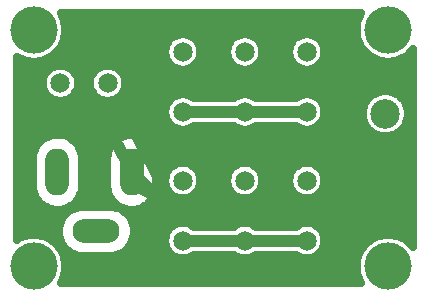
<source format=gtl>
G04 DipTrace 3.2.0.1*
G04 DynamixelMUX.gtl*
%MOIN*%
G04 #@! TF.FileFunction,Copper,L1,Top*
G04 #@! TF.Part,Single*
%AMOUTLINE0*
4,1,20,
0.03937,-0.039336,
0.037008,-0.052803,
0.030181,-0.064651,
0.019715,-0.073449,
0.00687,-0.078136,
-0.006803,-0.078148,
-0.019655,-0.073483,
-0.030136,-0.064703,
-0.036984,-0.052867,
-0.03937,-0.039404,
-0.03937,0.039336,
-0.037008,0.052803,
-0.030181,0.064651,
-0.019715,0.073449,
-0.00687,0.078136,
0.006803,0.078148,
0.019655,0.073483,
0.030136,0.064703,
0.036984,0.052867,
0.03937,0.039404,
0.03937,-0.039336,
0*%
%AMOUTLINE3*
4,1,20,
0.039336,0.03937,
0.052803,0.037008,
0.064651,0.030181,
0.073449,0.019715,
0.078136,0.00687,
0.078148,-0.006803,
0.073483,-0.019655,
0.064703,-0.030136,
0.052867,-0.036984,
0.039404,-0.03937,
-0.039336,-0.03937,
-0.052803,-0.037008,
-0.064651,-0.030181,
-0.073449,-0.019715,
-0.078136,-0.00687,
-0.078148,0.006803,
-0.073483,0.019655,
-0.064703,0.030136,
-0.052867,0.036984,
-0.039404,0.03937,
0.039336,0.03937,
0*%
G04 #@! TA.AperFunction,Conductor*
%ADD13C,0.03937*%
%ADD14C,0.008*%
G04 #@! TA.AperFunction,CopperBalancing*
%ADD15C,0.025*%
G04 #@! TA.AperFunction,ComponentPad*
%ADD17R,0.098425X0.098425*%
%ADD18C,0.098425*%
%ADD20C,0.065199*%
G04 #@! TA.AperFunction,ViaPad*
%ADD21C,0.15748*%
G04 #@! TA.AperFunction,ComponentPad*
%ADD37OUTLINE0*%
%ADD40OUTLINE3*%
%FSLAX26Y26*%
G04*
G70*
G90*
G75*
G01*
G04 Top*
%LPD*%
X1401851Y1106693D2*
D13*
X1195158D1*
X988465D1*
Y677559D2*
X1195158D1*
X1401851D1*
X988465D2*
X818740Y770891D1*
Y805512D1*
X982348Y641904D1*
X836204Y925093D1*
X988465Y1106693D1*
X659292Y1102362D2*
X813544Y818701D1*
X818740Y805512D1*
X1401851Y677559D2*
D14*
X1663544Y803701D1*
X988465Y577559D2*
D13*
X1195158D1*
X1401851D1*
X988465Y1006693D2*
X1195158D1*
X1401851D1*
D21*
X491969Y492126D3*
X1673071D3*
Y1279528D3*
X491969D3*
X587457Y1328777D2*
D15*
X1577562D1*
X596823Y1303908D2*
X1568196D1*
X599694Y1279040D2*
X1565326D1*
X596608Y1254171D2*
X950773D1*
X1026142D2*
X1157466D1*
X1232835D2*
X1364159D1*
X1439528D2*
X1568448D1*
X586954Y1229302D2*
X931360D1*
X1045555D2*
X1138053D1*
X1252248D2*
X1344746D1*
X1458941D2*
X1578100D1*
X568188Y1204433D2*
X926910D1*
X1050004D2*
X1133603D1*
X1256697D2*
X1340295D1*
X1463390D2*
X1596868D1*
X438717Y1179565D2*
X456575D1*
X527352D2*
X933477D1*
X1043474D2*
X1140170D1*
X1250167D2*
X1346862D1*
X1456860D2*
X1637704D1*
X1708444D2*
X1754219D1*
X438717Y1154696D2*
X550592D1*
X610495D2*
X708088D1*
X767991D2*
X957878D1*
X1019037D2*
X1164571D1*
X1225730D2*
X1371264D1*
X1432423D2*
X1754219D1*
X438717Y1129827D2*
X525725D1*
X635362D2*
X683221D1*
X792858D2*
X1754219D1*
X438717Y1104958D2*
X519015D1*
X642072D2*
X676509D1*
X799568D2*
X1754219D1*
X438717Y1080089D2*
X523320D1*
X637803D2*
X680816D1*
X795263D2*
X1754219D1*
X438717Y1055221D2*
X542411D1*
X618676D2*
X699906D1*
X776172D2*
X952244D1*
X1024671D2*
X1158937D1*
X1231364D2*
X1365630D1*
X1438057D2*
X1608673D1*
X1718419D2*
X1754219D1*
X438717Y1030352D2*
X931826D1*
X1458509D2*
X1591449D1*
X1735643D2*
X1754219D1*
X438717Y1005483D2*
X926874D1*
X1463427D2*
X1585492D1*
X1741600D2*
X1754219D1*
X438717Y980614D2*
X932939D1*
X1457361D2*
X1588004D1*
X1739088D2*
X1754219D1*
X438717Y955746D2*
X956012D1*
X1020902D2*
X1162705D1*
X1227595D2*
X1369398D1*
X1434288D2*
X1600025D1*
X1727067D2*
X1754219D1*
X438717Y930877D2*
X564084D1*
X577309D2*
X812152D1*
X825358D2*
X1631424D1*
X1695668D2*
X1754219D1*
X438717Y906008D2*
X509146D1*
X632277D2*
X757177D1*
X880272D2*
X1754219D1*
X438717Y881139D2*
X492639D1*
X648784D2*
X740671D1*
X896815D2*
X1754219D1*
X438717Y856271D2*
X486395D1*
X655028D2*
X734427D1*
X903059D2*
X1754219D1*
X438717Y831402D2*
X486037D1*
X655386D2*
X734068D1*
X903418D2*
X961609D1*
X1015305D2*
X1168302D1*
X1221998D2*
X1374995D1*
X1428691D2*
X1754219D1*
X438717Y806533D2*
X486037D1*
X655386D2*
X734068D1*
X903418D2*
X934481D1*
X1042469D2*
X1141173D1*
X1249162D2*
X1347866D1*
X1455855D2*
X1754219D1*
X438717Y781664D2*
X486037D1*
X655386D2*
X734068D1*
X903418D2*
X927017D1*
X1049897D2*
X1133710D1*
X1256589D2*
X1340403D1*
X1463282D2*
X1754219D1*
X438717Y756795D2*
X486252D1*
X655171D2*
X734284D1*
X903202D2*
X930642D1*
X1046272D2*
X1137335D1*
X1252965D2*
X1344028D1*
X1459658D2*
X1754219D1*
X438717Y731927D2*
X491814D1*
X649609D2*
X739881D1*
X897604D2*
X948404D1*
X1028509D2*
X1155097D1*
X1235202D2*
X1361790D1*
X1441895D2*
X1754219D1*
X438717Y707058D2*
X507315D1*
X634107D2*
X755347D1*
X882103D2*
X1754219D1*
X438717Y682189D2*
X549408D1*
X592015D2*
X618198D1*
X783062D2*
X797440D1*
X839974D2*
X1754219D1*
X438717Y657320D2*
X588593D1*
X812667D2*
X1754219D1*
X438717Y632452D2*
X576142D1*
X825083D2*
X964086D1*
X1012828D2*
X1170778D1*
X1219521D2*
X1377471D1*
X1426214D2*
X1754219D1*
X438717Y607583D2*
X572625D1*
X828599D2*
X935055D1*
X1455244D2*
X1754219D1*
X548021Y582714D2*
X576860D1*
X824365D2*
X927089D1*
X1463211D2*
X1617034D1*
X1729113D2*
X1754219D1*
X576656Y557845D2*
X590209D1*
X811051D2*
X930247D1*
X1460053D2*
X1588399D1*
X591440Y532977D2*
X622792D1*
X778504D2*
X947184D1*
X1443151D2*
X1573579D1*
X598474Y508108D2*
X1566545D1*
X599335Y483239D2*
X1565719D1*
X594131Y458370D2*
X1570887D1*
X1739015Y994612D2*
X1738316Y988709D1*
X1737156Y982878D1*
X1735544Y977158D1*
X1733486Y971580D1*
X1730996Y966183D1*
X1728092Y960996D1*
X1724790Y956053D1*
X1721110Y951385D1*
X1717075Y947020D1*
X1712710Y942984D1*
X1708042Y939305D1*
X1703099Y936003D1*
X1697912Y933099D1*
X1692515Y930609D1*
X1686937Y928551D1*
X1681217Y926939D1*
X1675386Y925778D1*
X1669483Y925080D1*
X1663544Y924847D1*
X1657604Y925080D1*
X1651701Y925778D1*
X1645870Y926939D1*
X1640150Y928551D1*
X1634572Y930609D1*
X1629175Y933099D1*
X1623988Y936003D1*
X1619045Y939305D1*
X1614377Y942984D1*
X1610012Y947020D1*
X1605977Y951385D1*
X1602297Y956053D1*
X1598995Y960996D1*
X1596091Y966183D1*
X1593601Y971580D1*
X1591544Y977158D1*
X1589931Y982878D1*
X1588771Y988709D1*
X1588072Y994612D1*
X1587839Y1000551D1*
X1588072Y1006491D1*
X1588771Y1012394D1*
X1589931Y1018225D1*
X1591544Y1023945D1*
X1593601Y1029523D1*
X1596091Y1034920D1*
X1598995Y1040107D1*
X1602297Y1045050D1*
X1605977Y1049718D1*
X1610012Y1054083D1*
X1614377Y1058118D1*
X1619045Y1061798D1*
X1623988Y1065100D1*
X1629175Y1068004D1*
X1634572Y1070494D1*
X1640150Y1072551D1*
X1645870Y1074164D1*
X1651701Y1075324D1*
X1657604Y1076023D1*
X1663544Y1076256D1*
X1669483Y1076023D1*
X1675386Y1075324D1*
X1681217Y1074164D1*
X1686937Y1072551D1*
X1692515Y1070494D1*
X1697912Y1068004D1*
X1703099Y1065100D1*
X1708042Y1061798D1*
X1712710Y1058118D1*
X1717075Y1054083D1*
X1721110Y1049718D1*
X1724790Y1045050D1*
X1728092Y1040107D1*
X1730996Y1034920D1*
X1733486Y1029523D1*
X1735544Y1023945D1*
X1737156Y1018225D1*
X1738316Y1012394D1*
X1739015Y1006491D1*
X1739248Y1000551D1*
X1739015Y994612D1*
X1047374Y1202057D2*
X1045924Y1192898D1*
X1043058Y1184080D1*
X1038849Y1175818D1*
X1033399Y1168316D1*
X1026841Y1161759D1*
X1019340Y1156309D1*
X1011078Y1152100D1*
X1002260Y1149234D1*
X993101Y1147784D1*
X983828D1*
X974670Y1149234D1*
X965852Y1152100D1*
X957589Y1156309D1*
X950088Y1161759D1*
X943530Y1168316D1*
X938080Y1175818D1*
X933872Y1184080D1*
X931005Y1192898D1*
X929555Y1202057D1*
Y1211330D1*
X931005Y1220488D1*
X933872Y1229306D1*
X938080Y1237568D1*
X943530Y1245070D1*
X950088Y1251628D1*
X957589Y1257078D1*
X965852Y1261286D1*
X974670Y1264152D1*
X983828Y1265603D1*
X993101D1*
X1002260Y1264152D1*
X1011078Y1261286D1*
X1019340Y1257078D1*
X1026841Y1251628D1*
X1033399Y1245070D1*
X1038849Y1237568D1*
X1043058Y1229306D1*
X1045924Y1220488D1*
X1047374Y1211330D1*
Y1202057D1*
X1025261Y960513D2*
X1019340Y956309D1*
X1011078Y952100D1*
X1002260Y949234D1*
X993101Y947784D1*
X983828D1*
X974670Y949234D1*
X965852Y952100D1*
X957589Y956309D1*
X950088Y961759D1*
X943530Y968316D1*
X938080Y975818D1*
X933872Y984080D1*
X931005Y992898D1*
X929555Y1002057D1*
Y1011330D1*
X931005Y1020488D1*
X933872Y1029306D1*
X938080Y1037568D1*
X943530Y1045070D1*
X950088Y1051628D1*
X957589Y1057078D1*
X965852Y1061286D1*
X974670Y1064152D1*
X983828Y1065603D1*
X993101D1*
X1002260Y1064152D1*
X1011078Y1061286D1*
X1019340Y1057078D1*
X1025261Y1052873D1*
X1158305Y1052870D1*
X1164282Y1057078D1*
X1172545Y1061286D1*
X1181362Y1064152D1*
X1190521Y1065603D1*
X1199794D1*
X1208953Y1064152D1*
X1217771Y1061286D1*
X1226033Y1057078D1*
X1231954Y1052873D1*
X1364998Y1052870D1*
X1370975Y1057078D1*
X1379238Y1061286D1*
X1388055Y1064152D1*
X1397214Y1065603D1*
X1406487D1*
X1415646Y1064152D1*
X1424463Y1061286D1*
X1432726Y1057078D1*
X1440227Y1051628D1*
X1446785Y1045070D1*
X1452235Y1037568D1*
X1456444Y1029306D1*
X1459310Y1020488D1*
X1460760Y1011330D1*
Y1002057D1*
X1459310Y992898D1*
X1456444Y984080D1*
X1452235Y975818D1*
X1446785Y968316D1*
X1440227Y961759D1*
X1432726Y956309D1*
X1424463Y952100D1*
X1415646Y949234D1*
X1406487Y947784D1*
X1397214D1*
X1388055Y949234D1*
X1379238Y952100D1*
X1370975Y956309D1*
X1365054Y960513D1*
X1232011Y960516D1*
X1226033Y956309D1*
X1217771Y952100D1*
X1208953Y949234D1*
X1199794Y947784D1*
X1190521D1*
X1181362Y949234D1*
X1172545Y952100D1*
X1164282Y956309D1*
X1158361Y960513D1*
X1025318Y960516D1*
X1047374Y772923D2*
X1045924Y763764D1*
X1043058Y754946D1*
X1038849Y746684D1*
X1033399Y739183D1*
X1026841Y732625D1*
X1019340Y727175D1*
X1011078Y722966D1*
X1002260Y720100D1*
X993101Y718650D1*
X983828D1*
X974670Y720100D1*
X965852Y722966D1*
X957589Y727175D1*
X950088Y732625D1*
X943530Y739183D1*
X938080Y746684D1*
X933872Y754946D1*
X931005Y763764D1*
X929555Y772923D1*
Y782196D1*
X931005Y791355D1*
X933872Y800172D1*
X938080Y808435D1*
X943530Y815936D1*
X950088Y822494D1*
X957589Y827944D1*
X965852Y832152D1*
X974670Y835019D1*
X983828Y836469D1*
X993101D1*
X1002260Y835019D1*
X1011078Y832152D1*
X1019340Y827944D1*
X1026841Y822494D1*
X1033399Y815936D1*
X1038849Y808435D1*
X1043058Y800172D1*
X1045924Y791355D1*
X1047374Y782196D1*
Y772923D1*
X1025261Y531379D2*
X1019340Y527175D1*
X1011078Y522966D1*
X1002260Y520100D1*
X993101Y518650D1*
X983828D1*
X974670Y520100D1*
X965852Y522966D1*
X957589Y527175D1*
X950088Y532625D1*
X943530Y539183D1*
X938080Y546684D1*
X933872Y554946D1*
X931005Y563764D1*
X929555Y572923D1*
Y582196D1*
X931005Y591355D1*
X933872Y600172D1*
X938080Y608435D1*
X943530Y615936D1*
X950088Y622494D1*
X957589Y627944D1*
X965852Y632152D1*
X974670Y635019D1*
X983828Y636469D1*
X993101D1*
X1002260Y635019D1*
X1011078Y632152D1*
X1019340Y627944D1*
X1025261Y623739D1*
X1158305Y623736D1*
X1164282Y627944D1*
X1172545Y632152D1*
X1181362Y635019D1*
X1190521Y636469D1*
X1199794D1*
X1208953Y635019D1*
X1217771Y632152D1*
X1226033Y627944D1*
X1231954Y623739D1*
X1364998Y623736D1*
X1370975Y627944D1*
X1379238Y632152D1*
X1388055Y635019D1*
X1397214Y636469D1*
X1406487D1*
X1415646Y635019D1*
X1424463Y632152D1*
X1432726Y627944D1*
X1440227Y622494D1*
X1446785Y615936D1*
X1452235Y608435D1*
X1456444Y600172D1*
X1459310Y591355D1*
X1460760Y582196D1*
Y572923D1*
X1459310Y563764D1*
X1456444Y554946D1*
X1452235Y546684D1*
X1446785Y539183D1*
X1440227Y532625D1*
X1432726Y527175D1*
X1424463Y522966D1*
X1415646Y520100D1*
X1406487Y518650D1*
X1397214D1*
X1388055Y520100D1*
X1379238Y522966D1*
X1370975Y527175D1*
X1365054Y531379D1*
X1232011Y531382D1*
X1226033Y527175D1*
X1217771Y522966D1*
X1208953Y520100D1*
X1199794Y518650D1*
X1190521D1*
X1181362Y520100D1*
X1172545Y522966D1*
X1164282Y527175D1*
X1158361Y531379D1*
X1025318Y531382D1*
X1254067Y1202057D2*
X1252617Y1192898D1*
X1249751Y1184080D1*
X1245542Y1175818D1*
X1240092Y1168316D1*
X1233534Y1161759D1*
X1226033Y1156309D1*
X1217771Y1152100D1*
X1208953Y1149234D1*
X1199794Y1147784D1*
X1190521D1*
X1181362Y1149234D1*
X1172545Y1152100D1*
X1164282Y1156309D1*
X1156781Y1161759D1*
X1150223Y1168316D1*
X1144773Y1175818D1*
X1140565Y1184080D1*
X1137698Y1192898D1*
X1136248Y1202057D1*
Y1211330D1*
X1137698Y1220488D1*
X1140565Y1229306D1*
X1144773Y1237568D1*
X1150223Y1245070D1*
X1156781Y1251628D1*
X1164282Y1257078D1*
X1172545Y1261286D1*
X1181362Y1264152D1*
X1190521Y1265603D1*
X1199794D1*
X1208953Y1264152D1*
X1217771Y1261286D1*
X1226033Y1257078D1*
X1233534Y1251628D1*
X1240092Y1245070D1*
X1245542Y1237568D1*
X1249751Y1229306D1*
X1252617Y1220488D1*
X1254067Y1211330D1*
Y1202057D1*
Y772923D2*
X1252617Y763764D1*
X1249751Y754946D1*
X1245542Y746684D1*
X1240092Y739183D1*
X1233534Y732625D1*
X1226033Y727175D1*
X1217771Y722966D1*
X1208953Y720100D1*
X1199794Y718650D1*
X1190521D1*
X1181362Y720100D1*
X1172545Y722966D1*
X1164282Y727175D1*
X1156781Y732625D1*
X1150223Y739183D1*
X1144773Y746684D1*
X1140565Y754946D1*
X1137698Y763764D1*
X1136248Y772923D1*
Y782196D1*
X1137698Y791355D1*
X1140565Y800172D1*
X1144773Y808435D1*
X1150223Y815936D1*
X1156781Y822494D1*
X1164282Y827944D1*
X1172545Y832152D1*
X1181362Y835019D1*
X1190521Y836469D1*
X1199794D1*
X1208953Y835019D1*
X1217771Y832152D1*
X1226033Y827944D1*
X1233534Y822494D1*
X1240092Y815936D1*
X1245542Y808435D1*
X1249751Y800172D1*
X1252617Y791355D1*
X1254067Y782196D1*
Y772923D1*
X1460760Y1202057D2*
X1459310Y1192898D1*
X1456444Y1184080D1*
X1452235Y1175818D1*
X1446785Y1168316D1*
X1440227Y1161759D1*
X1432726Y1156309D1*
X1424463Y1152100D1*
X1415646Y1149234D1*
X1406487Y1147784D1*
X1397214D1*
X1388055Y1149234D1*
X1379238Y1152100D1*
X1370975Y1156309D1*
X1363474Y1161759D1*
X1356916Y1168316D1*
X1351466Y1175818D1*
X1347257Y1184080D1*
X1344391Y1192898D1*
X1342941Y1202057D1*
Y1211330D1*
X1344391Y1220488D1*
X1347257Y1229306D1*
X1351466Y1237568D1*
X1356916Y1245070D1*
X1363474Y1251628D1*
X1370975Y1257078D1*
X1379238Y1261286D1*
X1388055Y1264152D1*
X1397214Y1265603D1*
X1406487D1*
X1415646Y1264152D1*
X1424463Y1261286D1*
X1432726Y1257078D1*
X1440227Y1251628D1*
X1446785Y1245070D1*
X1452235Y1237568D1*
X1456444Y1229306D1*
X1459310Y1220488D1*
X1460760Y1211330D1*
Y1202057D1*
Y772923D2*
X1459310Y763764D1*
X1456444Y754946D1*
X1452235Y746684D1*
X1446785Y739183D1*
X1440227Y732625D1*
X1432726Y727175D1*
X1424463Y722966D1*
X1415646Y720100D1*
X1406487Y718650D1*
X1397214D1*
X1388055Y720100D1*
X1379238Y722966D1*
X1370975Y727175D1*
X1363474Y732625D1*
X1356916Y739183D1*
X1351466Y746684D1*
X1347257Y754946D1*
X1344391Y763764D1*
X1342941Y772923D1*
Y782196D1*
X1344391Y791355D1*
X1347257Y800172D1*
X1351466Y808435D1*
X1356916Y815936D1*
X1363474Y822494D1*
X1370975Y827944D1*
X1379238Y832152D1*
X1388055Y835019D1*
X1397214Y836469D1*
X1406487D1*
X1415646Y835019D1*
X1424463Y832152D1*
X1432726Y827944D1*
X1440227Y822494D1*
X1446785Y815936D1*
X1452235Y808435D1*
X1456444Y800172D1*
X1459310Y791355D1*
X1460760Y782196D1*
Y772923D1*
X639461Y1097726D2*
X638011Y1088567D1*
X635145Y1079750D1*
X630936Y1071487D1*
X625486Y1063986D1*
X618928Y1057428D1*
X611427Y1051978D1*
X603164Y1047769D1*
X594347Y1044903D1*
X585188Y1043453D1*
X575915D1*
X566756Y1044903D1*
X557939Y1047769D1*
X549676Y1051978D1*
X542175Y1057428D1*
X535617Y1063986D1*
X530167Y1071487D1*
X525958Y1079750D1*
X523092Y1088567D1*
X521642Y1097726D1*
Y1106999D1*
X523092Y1116158D1*
X525958Y1124975D1*
X530167Y1133238D1*
X535617Y1140739D1*
X542175Y1147297D1*
X549676Y1152747D1*
X557939Y1156956D1*
X566756Y1159822D1*
X575915Y1161272D1*
X585188D1*
X594347Y1159822D1*
X603164Y1156956D1*
X611427Y1152747D1*
X618928Y1147297D1*
X625486Y1140739D1*
X630936Y1133238D1*
X635145Y1124975D1*
X638011Y1116158D1*
X639461Y1106999D1*
Y1097726D1*
X796941D2*
X795491Y1088567D1*
X792625Y1079750D1*
X788416Y1071487D1*
X782966Y1063986D1*
X776408Y1057428D1*
X768907Y1051978D1*
X760645Y1047769D1*
X751827Y1044903D1*
X742668Y1043453D1*
X733395D1*
X724236Y1044903D1*
X715419Y1047769D1*
X707156Y1051978D1*
X699655Y1057428D1*
X693097Y1063986D1*
X687647Y1071487D1*
X683439Y1079750D1*
X680572Y1088567D1*
X679122Y1097726D1*
Y1106999D1*
X680572Y1116158D1*
X683439Y1124975D1*
X687647Y1133238D1*
X693097Y1140739D1*
X699655Y1147297D1*
X707156Y1152747D1*
X715419Y1156956D1*
X724236Y1159822D1*
X733395Y1161272D1*
X742668D1*
X751827Y1159822D1*
X760645Y1156956D1*
X768907Y1152747D1*
X776408Y1147297D1*
X782966Y1140739D1*
X788416Y1133238D1*
X792625Y1124975D1*
X795491Y1116158D1*
X796941Y1106999D1*
Y1097726D1*
X596877Y483870D2*
X595906Y475664D1*
X594293Y467561D1*
X592050Y459608D1*
X589191Y451856D1*
X585731Y444352D1*
X581066Y436204D1*
X1583907Y436201D1*
X1579309Y444352D1*
X1575849Y451856D1*
X1572990Y459608D1*
X1570747Y467561D1*
X1569134Y475664D1*
X1568163Y483870D1*
X1567839Y492126D1*
X1568163Y500382D1*
X1569134Y508588D1*
X1570747Y516692D1*
X1572990Y524645D1*
X1575849Y532397D1*
X1579309Y539900D1*
X1583345Y547110D1*
X1587936Y553981D1*
X1593051Y560469D1*
X1598660Y566537D1*
X1604729Y572146D1*
X1611217Y577261D1*
X1618087Y581852D1*
X1625297Y585889D1*
X1632801Y589348D1*
X1640553Y592208D1*
X1648505Y594450D1*
X1656609Y596063D1*
X1664815Y597034D1*
X1673071Y597358D1*
X1681327Y597034D1*
X1689533Y596063D1*
X1697637Y594450D1*
X1705589Y592208D1*
X1713341Y589348D1*
X1720845Y585889D1*
X1728055Y581852D1*
X1734925Y577261D1*
X1741414Y572146D1*
X1747482Y566537D1*
X1753091Y560469D1*
X1756708Y555881D1*
X1756713Y1215672D1*
X1747482Y1205117D1*
X1741414Y1199508D1*
X1734925Y1194393D1*
X1728055Y1189802D1*
X1720845Y1185765D1*
X1713341Y1182306D1*
X1705589Y1179446D1*
X1697637Y1177204D1*
X1689533Y1175591D1*
X1681327Y1174620D1*
X1673071Y1174295D1*
X1664815Y1174620D1*
X1656609Y1175591D1*
X1648505Y1177204D1*
X1640553Y1179446D1*
X1632801Y1182306D1*
X1625297Y1185765D1*
X1618087Y1189802D1*
X1611217Y1194393D1*
X1604729Y1199508D1*
X1598660Y1205117D1*
X1593051Y1211185D1*
X1587936Y1217673D1*
X1583345Y1224544D1*
X1579309Y1231753D1*
X1575849Y1239257D1*
X1572990Y1247009D1*
X1570747Y1254962D1*
X1569134Y1263066D1*
X1568163Y1271272D1*
X1567839Y1279528D1*
X1568163Y1287784D1*
X1569134Y1295990D1*
X1570747Y1304093D1*
X1572990Y1312046D1*
X1575849Y1319798D1*
X1579309Y1327302D1*
X1583974Y1335450D1*
X581086Y1335453D1*
X585731Y1327302D1*
X589191Y1319798D1*
X592050Y1312046D1*
X594293Y1304093D1*
X595906Y1295990D1*
X596877Y1287784D1*
X597201Y1279528D1*
X596877Y1271272D1*
X595906Y1263066D1*
X594293Y1254962D1*
X592050Y1247009D1*
X589191Y1239257D1*
X585731Y1231753D1*
X581694Y1224544D1*
X577104Y1217673D1*
X571988Y1211185D1*
X566379Y1205117D1*
X560311Y1199508D1*
X553823Y1194393D1*
X546953Y1189802D1*
X539743Y1185765D1*
X532239Y1182306D1*
X524487Y1179446D1*
X516534Y1177204D1*
X508431Y1175591D1*
X500225Y1174620D1*
X491969Y1174295D1*
X483713Y1174620D1*
X475507Y1175591D1*
X467403Y1177204D1*
X459450Y1179446D1*
X451698Y1182306D1*
X444194Y1185765D1*
X436206Y1190323D1*
X436201Y581395D1*
X444194Y585889D1*
X451698Y589348D1*
X459450Y592208D1*
X467403Y594450D1*
X475507Y596063D1*
X483713Y597034D1*
X491969Y597358D1*
X500225Y597034D1*
X508431Y596063D1*
X516534Y594450D1*
X524487Y592208D1*
X532239Y589348D1*
X539743Y585889D1*
X546953Y581852D1*
X553823Y577261D1*
X560311Y572146D1*
X566379Y566537D1*
X571988Y560469D1*
X577104Y553981D1*
X581694Y547110D1*
X585731Y539900D1*
X589191Y532397D1*
X592050Y524645D1*
X594293Y516692D1*
X595906Y508588D1*
X596877Y500382D1*
X597201Y492126D1*
X596877Y483870D1*
X822994Y930868D2*
X828730Y930400D1*
X839282Y928400D1*
X849483Y925042D1*
X859160Y920382D1*
X868146Y914500D1*
X876289Y907498D1*
X883449Y899492D1*
X889504Y890621D1*
X894352Y881037D1*
X897908Y870903D1*
X900113Y860391D1*
X900795Y852973D1*
X900933Y812078D1*
X900706Y756784D1*
X900057Y750348D1*
X898276Y741574D1*
X894921Y731439D1*
X890285Y721822D1*
X884442Y712886D1*
X877492Y704781D1*
X869553Y697645D1*
X860756Y691595D1*
X851251Y686734D1*
X841196Y683143D1*
X830761Y680885D1*
X819386Y679983D1*
X808672Y680609D1*
X798131Y682625D1*
X787942Y685996D1*
X778280Y690667D1*
X769307Y696555D1*
X761177Y703562D1*
X754030Y711567D1*
X747986Y720436D1*
X743147Y730015D1*
X740563Y737037D1*
X738151Y746431D1*
X736849Y756042D1*
X736579Y771395D1*
X736792Y854200D1*
X737996Y863886D1*
X740494Y873855D1*
X742456Y879411D1*
X747117Y889149D1*
X753016Y898191D1*
X760049Y906381D1*
X768097Y913578D1*
X777020Y919655D1*
X786662Y924509D1*
X796858Y928058D1*
X807432Y930236D1*
X814887Y930893D1*
X819813Y931003D1*
X575092Y930860D2*
X585301Y929685D1*
X591066Y928466D1*
X601330Y925117D1*
X611065Y920450D1*
X620103Y914546D1*
X625855Y909759D1*
X632684Y902782D1*
X638646Y895053D1*
X643886Y886213D1*
X646402Y880885D1*
X649944Y870685D1*
X652117Y860110D1*
X652885Y848823D1*
X652649Y756557D1*
X651414Y746936D1*
X648902Y737037D1*
X646949Y731545D1*
X642305Y721869D1*
X636440Y712881D1*
X629456Y704734D1*
X621469Y697565D1*
X612617Y691498D1*
X603050Y686634D1*
X592931Y683058D1*
X582432Y680830D1*
X571339Y679983D1*
X560625Y680609D1*
X553255Y681899D1*
X543919Y684530D1*
X534954Y688231D1*
X526051Y693238D1*
X521259Y696555D1*
X513130Y703562D1*
X505982Y711567D1*
X499937Y720436D1*
X495100Y730015D1*
X491550Y740143D1*
X489351Y750647D1*
X488668Y758068D1*
X488530Y798954D1*
X488774Y854714D1*
X490046Y864393D1*
X492446Y873855D1*
X494408Y879411D1*
X499068Y889149D1*
X504967Y898191D1*
X512002Y906381D1*
X520049Y913578D1*
X528971Y919655D1*
X538614Y924509D1*
X545642Y927083D1*
X555103Y929487D1*
X564781Y930764D1*
X574578Y930893D1*
X575092Y930860D1*
X825979Y604755D2*
X825536Y598961D1*
X823568Y588347D1*
X820225Y578082D1*
X815565Y568343D1*
X809666Y559301D1*
X802631Y551112D1*
X794584Y543915D1*
X785662Y537837D1*
X776019Y532982D1*
X765823Y529435D1*
X755250Y527256D1*
X743925Y526481D1*
X651820Y526705D1*
X642172Y527925D1*
X632242Y530429D1*
X626721Y532385D1*
X617017Y537034D1*
X608004Y542912D1*
X602246Y547693D1*
X595432Y554634D1*
X589477Y562323D1*
X584230Y571118D1*
X581713Y576407D1*
X578145Y586558D1*
X575933Y597088D1*
X575113Y608091D1*
X575747Y618794D1*
X577768Y629323D1*
X581141Y639500D1*
X585807Y649152D1*
X591691Y658116D1*
X598689Y666238D1*
X606684Y673381D1*
X615541Y679423D1*
X625108Y684263D1*
X635222Y687816D1*
X645714Y690025D1*
X653138Y690717D1*
X694091Y690858D1*
X749537Y690625D1*
X759181Y689391D1*
X765992Y687839D1*
X774621Y684911D1*
X784315Y680248D1*
X793316Y674360D1*
X801473Y667347D1*
X808642Y659327D1*
X814702Y650440D1*
X819550Y640837D1*
X823103Y630684D1*
X825297Y620152D1*
X825973Y612702D1*
X826095Y607777D1*
D37*
X818740Y805512D3*
X570709D3*
D40*
X700630Y608662D3*
D17*
X1663544Y803701D3*
D18*
Y1000551D3*
D20*
X988465Y1206693D3*
Y1106693D3*
Y1006693D3*
Y777559D3*
Y677559D3*
Y577559D3*
X1195158Y1206693D3*
Y1106693D3*
Y1006693D3*
Y777559D3*
Y677559D3*
Y577559D3*
X1401851Y1206693D3*
Y1106693D3*
Y1006693D3*
Y777559D3*
Y677559D3*
Y577559D3*
X580551Y1102362D3*
X659292D3*
X738032D3*
M02*

</source>
